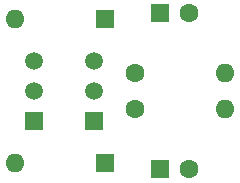
<source format=gbr>
%TF.GenerationSoftware,KiCad,Pcbnew,7.0.9*%
%TF.CreationDate,2024-01-07T22:21:07-08:00*%
%TF.ProjectId,snesypbpr-enhanced,736e6573-7970-4627-9072-2d656e68616e,rev?*%
%TF.SameCoordinates,Original*%
%TF.FileFunction,Soldermask,Bot*%
%TF.FilePolarity,Negative*%
%FSLAX46Y46*%
G04 Gerber Fmt 4.6, Leading zero omitted, Abs format (unit mm)*
G04 Created by KiCad (PCBNEW 7.0.9) date 2024-01-07 22:21:07*
%MOMM*%
%LPD*%
G01*
G04 APERTURE LIST*
%ADD10R,1.500000X1.500000*%
%ADD11C,1.500000*%
%ADD12R,1.600000X1.600000*%
%ADD13C,1.600000*%
%ADD14O,1.600000X1.600000*%
G04 APERTURE END LIST*
D10*
%TO.C,Q1*%
X122534000Y-67056000D03*
D11*
X122534000Y-64516000D03*
X122534000Y-61976000D03*
%TD*%
D12*
%TO.C,C1*%
X128056000Y-57912000D03*
D13*
X130556000Y-57912000D03*
%TD*%
D12*
%TO.C,D1*%
X123444000Y-58420000D03*
D14*
X115824000Y-58420000D03*
%TD*%
D12*
%TO.C,C2*%
X128056000Y-71120000D03*
D13*
X130556000Y-71120000D03*
%TD*%
D10*
%TO.C,Q2*%
X117454000Y-67056000D03*
D11*
X117454000Y-64516000D03*
X117454000Y-61976000D03*
%TD*%
D12*
%TO.C,D2*%
X123444000Y-70612000D03*
D14*
X115824000Y-70612000D03*
%TD*%
D13*
%TO.C,R1*%
X125984000Y-62992000D03*
D14*
X133604000Y-62992000D03*
%TD*%
D13*
%TO.C,R2*%
X125984000Y-66040000D03*
D14*
X133604000Y-66040000D03*
%TD*%
M02*

</source>
